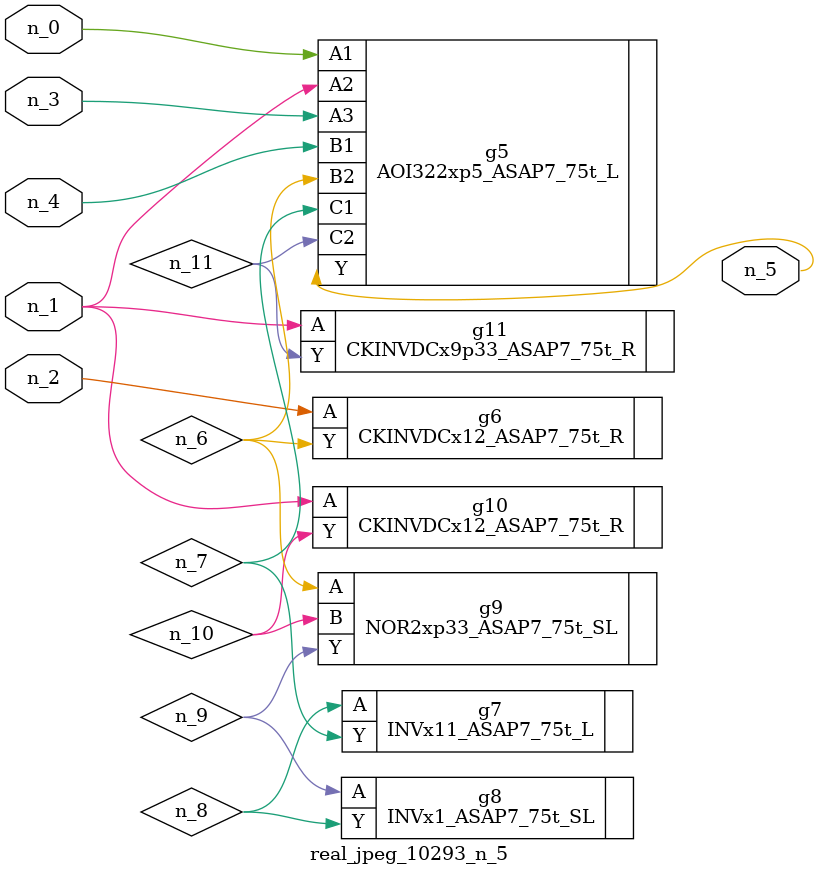
<source format=v>
module real_jpeg_10293_n_5 (n_4, n_0, n_1, n_2, n_3, n_5);

input n_4;
input n_0;
input n_1;
input n_2;
input n_3;

output n_5;

wire n_8;
wire n_11;
wire n_6;
wire n_7;
wire n_10;
wire n_9;

AOI322xp5_ASAP7_75t_L g5 ( 
.A1(n_0),
.A2(n_1),
.A3(n_3),
.B1(n_4),
.B2(n_6),
.C1(n_7),
.C2(n_11),
.Y(n_5)
);

CKINVDCx12_ASAP7_75t_R g10 ( 
.A(n_1),
.Y(n_10)
);

CKINVDCx9p33_ASAP7_75t_R g11 ( 
.A(n_1),
.Y(n_11)
);

CKINVDCx12_ASAP7_75t_R g6 ( 
.A(n_2),
.Y(n_6)
);

NOR2xp33_ASAP7_75t_SL g9 ( 
.A(n_6),
.B(n_10),
.Y(n_9)
);

INVx11_ASAP7_75t_L g7 ( 
.A(n_8),
.Y(n_7)
);

INVx1_ASAP7_75t_SL g8 ( 
.A(n_9),
.Y(n_8)
);


endmodule
</source>
